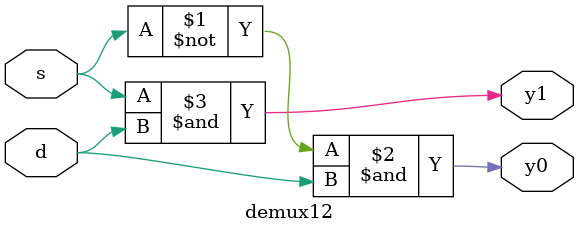
<source format=v>
module demux12 (
    input wire d,
    input wire s,
    output wire y0,
    output wire y1
);
    assign y0 = (~s) & d;
    assign y1 = (s) & d;
endmodule


</source>
